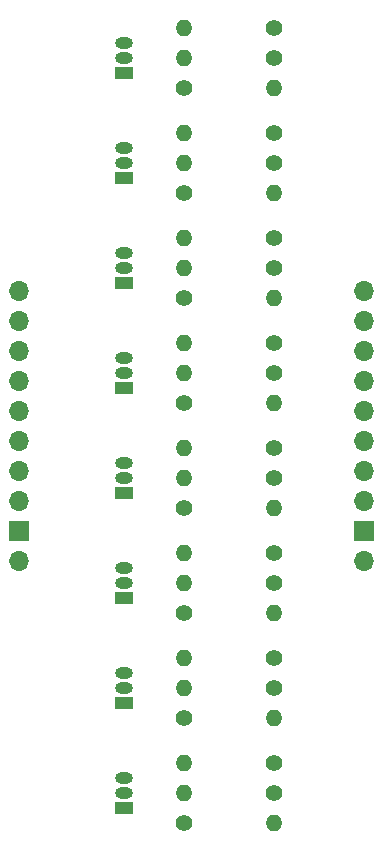
<source format=gts>
%TF.GenerationSoftware,KiCad,Pcbnew,7.0.11*%
%TF.CreationDate,2024-05-21T02:15:50+02:00*%
%TF.ProjectId,Untitled,556e7469-746c-4656-942e-6b696361645f,1.0*%
%TF.SameCoordinates,Original*%
%TF.FileFunction,Soldermask,Top*%
%TF.FilePolarity,Negative*%
%FSLAX46Y46*%
G04 Gerber Fmt 4.6, Leading zero omitted, Abs format (unit mm)*
G04 Created by KiCad (PCBNEW 7.0.11) date 2024-05-21 02:15:50*
%MOMM*%
%LPD*%
G01*
G04 APERTURE LIST*
%ADD10O,1.500000X1.000000*%
%ADD11R,1.500000X1.000000*%
%ADD12C,1.400000*%
%ADD13O,1.400000X1.400000*%
%ADD14O,1.700000X1.700000*%
%ADD15R,1.700000X1.700000*%
G04 APERTURE END LIST*
D10*
%TO.C,Q1*%
X81280000Y-109220000D03*
X81280000Y-107950000D03*
D11*
X81280000Y-110490000D03*
%TD*%
D12*
%TO.C,R83*%
X93980000Y-44450000D03*
D13*
X86360000Y-44450000D03*
%TD*%
D12*
%TO.C,R82*%
X86360000Y-49530000D03*
D13*
X93980000Y-49530000D03*
%TD*%
D12*
%TO.C,R81*%
X93980000Y-46990000D03*
D13*
X86360000Y-46990000D03*
%TD*%
D12*
%TO.C,R73*%
X93980000Y-53340000D03*
D13*
X86360000Y-53340000D03*
%TD*%
D12*
%TO.C,R72*%
X86360000Y-58420000D03*
D13*
X93980000Y-58420000D03*
%TD*%
D12*
%TO.C,R71*%
X93980000Y-55880000D03*
D13*
X86360000Y-55880000D03*
%TD*%
%TO.C,R63*%
X86360000Y-62230000D03*
D12*
X93980000Y-62230000D03*
%TD*%
D13*
%TO.C,R62*%
X93980000Y-67310000D03*
D12*
X86360000Y-67310000D03*
%TD*%
D13*
%TO.C,R61*%
X86360000Y-64770000D03*
D12*
X93980000Y-64770000D03*
%TD*%
%TO.C,R53*%
X93980000Y-71120000D03*
D13*
X86360000Y-71120000D03*
%TD*%
D12*
%TO.C,R52*%
X86360000Y-76200000D03*
D13*
X93980000Y-76200000D03*
%TD*%
D12*
%TO.C,R51*%
X93980000Y-73660000D03*
D13*
X86360000Y-73660000D03*
%TD*%
D12*
%TO.C,R43*%
X93980000Y-80010000D03*
D13*
X86360000Y-80010000D03*
%TD*%
D12*
%TO.C,R42*%
X86360000Y-85090000D03*
D13*
X93980000Y-85090000D03*
%TD*%
D12*
%TO.C,R41*%
X93980000Y-82550000D03*
D13*
X86360000Y-82550000D03*
%TD*%
D12*
%TO.C,R33*%
X93980000Y-88900000D03*
D13*
X86360000Y-88900000D03*
%TD*%
D12*
%TO.C,R32*%
X86360000Y-93980000D03*
D13*
X93980000Y-93980000D03*
%TD*%
D12*
%TO.C,R31*%
X93980000Y-91440000D03*
D13*
X86360000Y-91440000D03*
%TD*%
%TO.C,R23*%
X86360000Y-97790000D03*
D12*
X93980000Y-97790000D03*
%TD*%
D13*
%TO.C,R22*%
X93980000Y-102870000D03*
D12*
X86360000Y-102870000D03*
%TD*%
D13*
%TO.C,R21*%
X86360000Y-100330000D03*
D12*
X93980000Y-100330000D03*
%TD*%
D13*
%TO.C,R13*%
X86360000Y-106680000D03*
D12*
X93980000Y-106680000D03*
%TD*%
D13*
%TO.C,R12*%
X93980000Y-111760000D03*
D12*
X86360000Y-111760000D03*
%TD*%
%TO.C,R11*%
X93980000Y-109220000D03*
D13*
X86360000Y-109220000D03*
%TD*%
D10*
%TO.C,Q8*%
X81280000Y-46990000D03*
X81280000Y-45720000D03*
D11*
X81280000Y-48260000D03*
%TD*%
D10*
%TO.C,Q7*%
X81280000Y-55880000D03*
X81280000Y-54610000D03*
D11*
X81280000Y-57150000D03*
%TD*%
D10*
%TO.C,Q6*%
X81280000Y-64770000D03*
X81280000Y-63500000D03*
D11*
X81280000Y-66040000D03*
%TD*%
D10*
%TO.C,Q5*%
X81280000Y-73660000D03*
X81280000Y-72390000D03*
D11*
X81280000Y-74930000D03*
%TD*%
D10*
%TO.C,Q4*%
X81280000Y-82550000D03*
X81280000Y-81280000D03*
D11*
X81280000Y-83820000D03*
%TD*%
D10*
%TO.C,Q3*%
X81280000Y-91440000D03*
X81280000Y-90170000D03*
D11*
X81280000Y-92710000D03*
%TD*%
D10*
%TO.C,Q2*%
X81280000Y-100330000D03*
X81280000Y-99060000D03*
D11*
X81280000Y-101600000D03*
%TD*%
D14*
%TO.C,J2*%
X72390000Y-89540000D03*
D15*
X72390000Y-87000000D03*
D14*
X72390000Y-84460000D03*
X72390000Y-81920000D03*
X72390000Y-79380000D03*
X72390000Y-76840000D03*
X72390000Y-74300000D03*
X72390000Y-71760000D03*
X72390000Y-69220000D03*
X72390000Y-66680000D03*
%TD*%
%TO.C,J1*%
X101600000Y-66675000D03*
X101600000Y-69215000D03*
X101600000Y-71755000D03*
X101600000Y-74295000D03*
X101600000Y-76835000D03*
X101600000Y-79375000D03*
X101600000Y-81915000D03*
X101600000Y-84455000D03*
D15*
X101600000Y-86995000D03*
D14*
X101600000Y-89535000D03*
%TD*%
M02*

</source>
